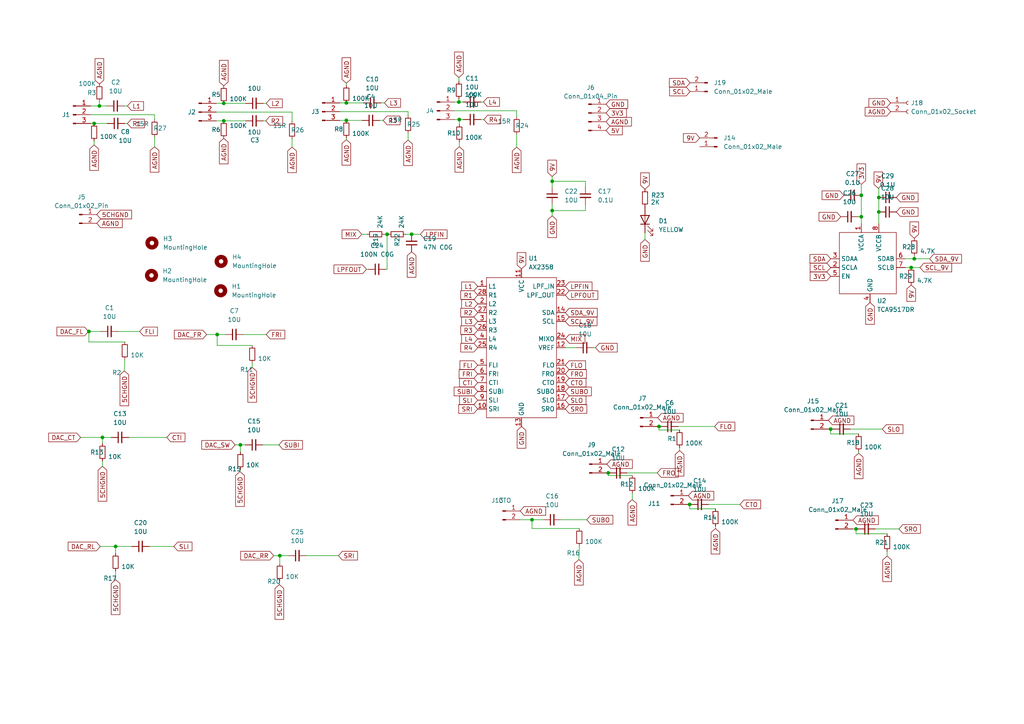
<source format=kicad_sch>
(kicad_sch (version 20230121) (generator eeschema)
  (paper "A4")
  (lib_symbols
    (symbol "Audio:AX2358"
      (property "Reference" "U" (at 0 0 0))
      (property "Value" "AX2358" (at 0 0 0))
      (symbol "AX2358_1_1"
        (pin input line (at -12.7 50.8 0) (length 2.54) (name "L1") (number "1"))
        (pin input line (at -12.7 15.24 0) (length 2.54) (name "SRI") (number "10"))
        (pin input line (at 0 55.88 270) (length 2.54) (name "VCC") (number "11"))
        (pin output line (at 12.7 33.02 180) (length 2.54) (name "VREF") (number "12"))
        (pin input line (at 0 10.16 90) (length 2.54) (name "GND") (number "13"))
        (pin bidirectional line (at 12.7 43.18 180) (length 2.54) (name "SDA") (number "14"))
        (pin bidirectional line (at 12.7 40.64 180) (length 2.54) (name "SCL") (number "15"))
        (pin output line (at 12.7 15.24 180) (length 2.54) (name "SRO") (number "16"))
        (pin output line (at 12.7 17.78 180) (length 2.54) (name "SLO") (number "17"))
        (pin output line (at 12.7 20.32 180) (length 2.54) (name "SUBO") (number "18"))
        (pin output line (at 12.7 22.86 180) (length 2.54) (name "CTO") (number "19"))
        (pin input line (at -12.7 45.72 0) (length 2.54) (name "L2") (number "2"))
        (pin output line (at 12.7 25.4 180) (length 2.54) (name "FRO") (number "20"))
        (pin output line (at 12.7 27.94 180) (length 2.54) (name "FLO") (number "21"))
        (pin output line (at 12.7 48.26 180) (length 2.54) (name "LPF_OUT") (number "22"))
        (pin input line (at 12.7 50.8 180) (length 2.54) (name "LPF_IN") (number "23"))
        (pin output line (at 12.7 35.56 180) (length 2.54) (name "MIXO") (number "24"))
        (pin input line (at -12.7 33.02 0) (length 2.54) (name "R4") (number "25"))
        (pin input line (at -12.7 38.1 0) (length 2.54) (name "R3") (number "26"))
        (pin input line (at -12.7 43.18 0) (length 2.54) (name "R2") (number "27"))
        (pin input line (at -12.7 48.26 0) (length 2.54) (name "R1") (number "28"))
        (pin input line (at -12.7 40.64 0) (length 2.54) (name "L3") (number "3"))
        (pin input line (at -12.7 35.56 0) (length 2.54) (name "L4") (number "4"))
        (pin input line (at -12.7 27.94 0) (length 2.54) (name "FLI") (number "5"))
        (pin input line (at -12.7 25.4 0) (length 2.54) (name "FRI") (number "6"))
        (pin input line (at -12.7 22.86 0) (length 2.54) (name "CTI") (number "7"))
        (pin input line (at -12.7 20.32 0) (length 2.54) (name "SUBI") (number "8"))
        (pin input line (at -12.7 17.78 0) (length 2.54) (name "SLI") (number "9"))
      )
    )
    (symbol "Connector:Conn_01x02_Male" (pin_names (offset 1.016) hide)
      (property "Reference" "J" (at 0 2.54 0))
      (property "Value" "Conn_01x02_Male" (at 0 -5.08 0))
      (symbol "Conn_01x02_Male_1_1"
        (pin passive line (at 5.08 0 180) (length 3.81) (name "Pin_1") (number "1"))
        (pin passive line (at 5.08 -2.54 180) (length 3.81) (name "Pin_2") (number "2"))
      )
    )
    (symbol "Connector:Conn_01x02_Pin" (pin_names (offset 1.016) hide)
      (property "Reference" "J" (at 0 2.54 0))
      (property "Value" "Conn_01x02_Pin" (at 0 -5.08 0))
      (symbol "Conn_01x02_Pin_1_1"
        (pin passive line (at 5.08 0 180) (length 3.81) (name "Pin_1") (number "1"))
        (pin passive line (at 5.08 -2.54 180) (length 3.81) (name "Pin_2") (number "2"))
      )
    )
    (symbol "Connector:Conn_01x02_Socket" (pin_names (offset 1.016) hide)
      (property "Reference" "J" (at 0 2.54 0))
      (property "Value" "Conn_01x02_Socket" (at 0 -5.08 0))
      (symbol "Conn_01x02_Socket_1_1"
        (pin passive line (at -5.08 0 0) (length 3.81) (name "Pin_1") (number "1"))
        (pin passive line (at -5.08 -2.54 0) (length 3.81) (name "Pin_2") (number "2"))
      )
    )
    (symbol "Connector:Conn_01x03_Pin" (pin_names (offset 1.016) hide)
      (property "Reference" "J" (at 0 5.08 0))
      (property "Value" "Conn_01x03_Pin" (at 0 -5.08 0))
      (symbol "Conn_01x03_Pin_1_1"
        (pin passive line (at 5.08 2.54 180) (length 3.81) (name "Pin_1") (number "1"))
        (pin passive line (at 5.08 0 180) (length 3.81) (name "Pin_2") (number "2"))
        (pin passive line (at 5.08 -2.54 180) (length 3.81) (name "Pin_3") (number "3"))
      )
    )
    (symbol "Connector:Conn_01x04_Pin" (pin_names (offset 1.016) hide)
      (property "Reference" "J" (at 0 5.08 0))
      (property "Value" "Conn_01x04_Pin" (at 0 -7.62 0))
      (symbol "Conn_01x04_Pin_1_1"
        (pin passive line (at 5.08 2.54 180) (length 3.81) (name "Pin_1") (number "1"))
        (pin passive line (at 5.08 0 180) (length 3.81) (name "Pin_2") (number "2"))
        (pin passive line (at 5.08 -2.54 180) (length 3.81) (name "Pin_3") (number "3"))
        (pin passive line (at 5.08 -5.08 180) (length 3.81) (name "Pin_4") (number "4"))
      )
    )
    (symbol "Device:C_Small" (pin_numbers hide) (pin_names (offset 0.254) hide)
      (property "Reference" "C" (at 0.254 1.778 0))
      (property "Value" "C_Small" (at 0.254 -2.032 0))
      (symbol "C_Small_1_1"
        (pin passive line (at 0 2.54 270) (length 2.032) (name "~") (number "1"))
        (pin passive line (at 0 -2.54 90) (length 2.032) (name "~") (number "2"))
      )
    )
    (symbol "Device:LED" (pin_numbers hide) (pin_names (offset 1.016) hide)
      (property "Reference" "D" (at 0 2.54 0))
      (property "Value" "LED" (at 0 -2.54 0))
      (symbol "LED_1_1"
        (pin passive line (at -3.81 0 0) (length 2.54) (name "K") (number "1"))
        (pin passive line (at 3.81 0 180) (length 2.54) (name "A") (number "2"))
      )
    )
    (symbol "Device:R_Small" (pin_numbers hide) (pin_names (offset 0.254) hide)
      (property "Reference" "R" (at 0.762 0.508 0))
      (property "Value" "R_Small" (at 0.762 -1.016 0))
      (symbol "R_Small_1_1"
        (pin passive line (at 0 2.54 270) (length 0.762) (name "~") (number "1"))
        (pin passive line (at 0 -2.54 90) (length 0.762) (name "~") (number "2"))
      )
    )
    (symbol "Interface_LineDriver:TCA9517DR"
      (property "Reference" "U" (at 0 7.62 0))
      (property "Value" "TCA9517DR" (at 6.35 -1.27 0))
      (symbol "TCA9517DR_1_1"
        (pin input line (at -2.54 20.32 270) (length 2.54) (name "VCCA") (number "1"))
        (pin bidirectional line (at -11.43 7.62 0) (length 2.54) (name "SCLA") (number "2"))
        (pin bidirectional line (at -11.43 10.16 0) (length 2.54) (name "SDAA") (number "3"))
        (pin input line (at 0 -2.54 90) (length 2.54) (name "GND") (number "4"))
        (pin input line (at -11.43 5.08 0) (length 2.54) (name "EN") (number "5"))
        (pin bidirectional line (at 10.16 10.16 180) (length 2.54) (name "SDAB") (number "6"))
        (pin bidirectional line (at 10.16 7.62 180) (length 2.54) (name "SCLB") (number "7"))
        (pin input line (at 2.54 20.32 270) (length 2.54) (name "VCCB") (number "8"))
      )
    )
    (symbol "Mechanical:MountingHole" (pin_names (offset 1.016))
      (property "Reference" "H" (at 0 5.08 0))
      (property "Value" "MountingHole" (at 0 3.175 0))
    )
  )
  (junction (at 62.992 97.028))
  (junction (at 100.457 29.845))
  (junction (at 160.147 52.578))
  (junction (at 64.897 35.052))
  (junction (at 254.889 61.468))
  (junction (at 28.829 30.734))
  (junction (at 160.147 61.087))
  (junction (at 264.287 77.597))
  (junction (at 33.528 158.496))
  (junction (at 112.268 67.945))
  (junction (at 154.305 150.749))
  (junction (at 176.403 137.16))
  (junction (at 249.809 56.642))
  (junction (at 133.223 34.671))
  (junction (at 25.781 96.139))
  (junction (at 254.889 57.277))
  (junction (at 64.897 29.972))
  (junction (at 81.153 161.163))
  (junction (at 249.809 62.865))
  (junction (at 240.919 124.46))
  (junction (at 133.096 29.591))
  (junction (at 100.457 34.925))
  (junction (at 265.176 75.057))
  (junction (at 69.723 129.032))
  (junction (at 191.135 123.698))
  (junction (at 119.38 67.945))
  (junction (at 248.285 153.416))
  (junction (at 29.718 126.873))
  (junction (at 200.025 146.304))
  (junction (at 27.305 35.814))
  (wire (pts (xy 100.457 24.13) (xy 100.457 24.765)))
  (wire (pts (xy 29.718 126.873) (xy 29.718 128.651)))
  (wire (pts (xy 69.596 136.779) (xy 69.723 136.144)))
  (wire (pts (xy 62.738 32.512) (xy 84.709 32.512)))
  (wire (pts (xy 183.388 143.002) (xy 183.388 144.907)))
  (wire (pts (xy 248.92 62.865) (xy 249.809 62.865)))
  (wire (pts (xy 69.723 129.032) (xy 69.723 131.064)))
  (wire (pts (xy 207.518 152.654) (xy 207.518 153.289)))
  (wire (pts (xy 98.552 32.385) (xy 118.364 32.385)))
  (wire (pts (xy 112.268 67.945) (xy 111.506 67.945)))
  (wire (pts (xy 84.709 32.512) (xy 84.709 35.179)))
  (wire (pts (xy 81.153 161.163) (xy 79.375 161.163)))
  (wire (pts (xy 64.897 29.972) (xy 62.738 29.972)))
  (wire (pts (xy 197.104 129.794) (xy 197.104 130.683)))
  (wire (pts (xy 31.115 35.814) (xy 27.305 35.814)))
  (wire (pts (xy 25.781 99.187) (xy 36.195 99.187)))
  (wire (pts (xy 62.992 97.028) (xy 59.944 97.028)))
  (wire (pts (xy 119.38 67.945) (xy 117.729 67.945)))
  (wire (pts (xy 105.029 34.925) (xy 100.457 34.925)))
  (wire (pts (xy 133.223 42.545) (xy 133.223 41.148)))
  (wire (pts (xy 254.762 54.737) (xy 254.889 54.737)))
  (wire (pts (xy 257.302 159.893) (xy 257.302 161.29)))
  (wire (pts (xy 28.829 30.734) (xy 26.289 30.734)))
  (wire (pts (xy 100.457 40.513) (xy 100.457 40.005)))
  (wire (pts (xy 140.335 34.671) (xy 139.446 34.671)))
  (wire (pts (xy 62.992 100.203) (xy 73.152 100.203)))
  (wire (pts (xy 160.147 62.611) (xy 160.147 61.087)))
  (wire (pts (xy 121.92 67.945) (xy 119.38 67.945)))
  (wire (pts (xy 248.285 153.416) (xy 247.396 153.416)))
  (wire (pts (xy 249.809 53.467) (xy 249.809 56.642)))
  (wire (pts (xy 27.305 35.814) (xy 26.289 35.814)))
  (wire (pts (xy 205.486 146.304) (xy 214.63 146.304)))
  (wire (pts (xy 140.208 29.591) (xy 139.446 29.591)))
  (wire (pts (xy 176.403 137.16) (xy 176.022 137.16)))
  (wire (pts (xy 149.86 38.989) (xy 149.86 42.672)))
  (wire (pts (xy 33.528 168.148) (xy 33.528 165.608)))
  (wire (pts (xy 157.607 150.749) (xy 154.305 150.749)))
  (wire (pts (xy 33.528 158.496) (xy 33.528 160.528)))
  (wire (pts (xy 264.287 77.597) (xy 262.509 77.597)))
  (wire (pts (xy 36.068 107.569) (xy 36.195 104.267)))
  (wire (pts (xy 200.025 146.304) (xy 199.644 146.304)))
  (wire (pts (xy 36.957 35.814) (xy 36.195 35.814)))
  (wire (pts (xy 154.305 150.749) (xy 154.305 153.289)))
  (wire (pts (xy 172.72 100.838) (xy 172.212 100.838)))
  (wire (pts (xy 254.762 54.61) (xy 254.762 54.737)))
  (wire (pts (xy 81.026 169.545) (xy 81.153 168.529)))
  (wire (pts (xy 36.957 30.734) (xy 36.068 30.734)))
  (wire (pts (xy 191.135 124.714) (xy 197.104 124.714)))
  (wire (pts (xy 169.799 52.578) (xy 160.147 52.578)))
  (wire (pts (xy 76.2 129.032) (xy 80.899 129.032)))
  (wire (pts (xy 25.781 96.139) (xy 25.781 99.187)))
  (wire (pts (xy 88.773 161.163) (xy 98.171 161.163)))
  (wire (pts (xy 248.793 153.416) (xy 248.285 153.416)))
  (wire (pts (xy 134.366 34.671) (xy 133.223 34.671)))
  (wire (pts (xy 25.654 96.139) (xy 25.781 96.139)))
  (wire (pts (xy 200.025 147.574) (xy 207.518 147.574)))
  (wire (pts (xy 32.258 126.873) (xy 29.718 126.873)))
  (wire (pts (xy 265.176 75.057) (xy 262.509 75.057)))
  (wire (pts (xy 81.153 161.163) (xy 81.153 163.449)))
  (wire (pts (xy 240.919 125.857) (xy 249.047 125.857)))
  (wire (pts (xy 134.366 29.591) (xy 133.096 29.591)))
  (wire (pts (xy 160.147 52.578) (xy 160.147 54.229)))
  (wire (pts (xy 133.096 28.702) (xy 133.096 29.591)))
  (wire (pts (xy 28.829 29.464) (xy 28.829 30.734)))
  (wire (pts (xy 118.364 38.608) (xy 118.364 40.64)))
  (wire (pts (xy 167.132 100.838) (xy 163.957 100.838)))
  (wire (pts (xy 254.889 54.737) (xy 254.889 57.277)))
  (wire (pts (xy 71.247 35.052) (xy 64.897 35.052)))
  (wire (pts (xy 196.723 123.698) (xy 207.264 123.698)))
  (wire (pts (xy 254.889 57.277) (xy 254.889 61.468)))
  (wire (pts (xy 131.826 32.131) (xy 149.86 32.131)))
  (wire (pts (xy 168.021 158.369) (xy 167.894 162.306)))
  (wire (pts (xy 254.889 61.468) (xy 254.889 64.897)))
  (wire (pts (xy 73.152 106.553) (xy 73.152 105.283)))
  (wire (pts (xy 162.687 150.749) (xy 170.18 150.749)))
  (wire (pts (xy 62.992 97.028) (xy 62.992 100.203)))
  (wire (pts (xy 149.86 32.131) (xy 149.86 33.909)))
  (wire (pts (xy 249.809 56.642) (xy 249.809 62.865)))
  (wire (pts (xy 44.831 39.751) (xy 44.831 42.545)))
  (wire (pts (xy 176.784 137.16) (xy 176.403 137.16)))
  (wire (pts (xy 106.426 67.945) (xy 104.902 67.945)))
  (wire (pts (xy 83.693 161.163) (xy 81.153 161.163)))
  (wire (pts (xy 100.457 34.925) (xy 98.552 34.925)))
  (wire (pts (xy 160.147 51.181) (xy 160.147 52.578)))
  (wire (pts (xy 27.305 42.037) (xy 27.305 40.894)))
  (wire (pts (xy 133.223 34.671) (xy 131.826 34.671)))
  (wire (pts (xy 65.405 97.028) (xy 62.992 97.028)))
  (wire (pts (xy 241.554 124.46) (xy 240.919 124.46)))
  (wire (pts (xy 160.147 61.087) (xy 169.799 61.087)))
  (wire (pts (xy 112.268 78.105) (xy 111.887 78.105)))
  (wire (pts (xy 265.176 74.168) (xy 265.176 75.057)))
  (wire (pts (xy 133.096 29.591) (xy 131.826 29.591)))
  (wire (pts (xy 111.125 34.925) (xy 110.109 34.925)))
  (wire (pts (xy 43.307 158.496) (xy 50.419 158.496)))
  (wire (pts (xy 71.12 129.032) (xy 69.723 129.032)))
  (wire (pts (xy 33.528 158.496) (xy 29.083 158.496)))
  (wire (pts (xy 133.096 22.479) (xy 133.096 23.622)))
  (wire (pts (xy 71.247 29.972) (xy 64.897 29.972)))
  (wire (pts (xy 191.135 123.698) (xy 191.135 124.714)))
  (wire (pts (xy 191.135 123.698) (xy 190.754 123.698)))
  (wire (pts (xy 118.364 32.385) (xy 118.364 33.528)))
  (wire (pts (xy 77.089 35.052) (xy 76.327 35.052)))
  (wire (pts (xy 112.268 67.945) (xy 112.268 78.105)))
  (wire (pts (xy 70.485 97.028) (xy 77.216 97.028)))
  (wire (pts (xy 249.809 62.865) (xy 249.809 64.897)))
  (wire (pts (xy 169.799 61.087) (xy 169.799 59.309)))
  (wire (pts (xy 266.827 77.597) (xy 264.287 77.597)))
  (wire (pts (xy 111.506 29.845) (xy 110.49 29.845)))
  (wire (pts (xy 160.147 61.087) (xy 160.147 59.309)))
  (wire (pts (xy 176.403 137.16) (xy 176.403 137.922)))
  (wire (pts (xy 29.718 135.255) (xy 29.718 133.731)))
  (wire (pts (xy 106.299 78.105) (xy 106.807 78.105)))
  (wire (pts (xy 269.621 75.057) (xy 265.176 75.057)))
  (wire (pts (xy 248.285 154.813) (xy 257.302 154.813)))
  (wire (pts (xy 187.071 69.469) (xy 187.071 67.564)))
  (wire (pts (xy 100.457 29.845) (xy 98.552 29.845)))
  (wire (pts (xy 84.709 40.259) (xy 84.709 42.672)))
  (wire (pts (xy 176.403 137.922) (xy 183.388 137.922)))
  (wire (pts (xy 112.649 67.945) (xy 112.268 67.945)))
  (wire (pts (xy 64.897 35.052) (xy 62.738 35.052)))
  (wire (pts (xy 37.338 126.873) (xy 48.387 126.873)))
  (wire (pts (xy 69.723 129.032) (xy 68.199 129.032)))
  (wire (pts (xy 38.227 158.496) (xy 33.528 158.496)))
  (wire (pts (xy 191.643 123.698) (xy 191.135 123.698)))
  (wire (pts (xy 34.29 96.139) (xy 40.513 96.139)))
  (wire (pts (xy 29.718 126.873) (xy 23.368 126.873)))
  (wire (pts (xy 200.406 146.304) (xy 200.025 146.304)))
  (wire (pts (xy 248.285 153.416) (xy 248.285 154.813)))
  (wire (pts (xy 26.289 33.274) (xy 44.831 33.274)))
  (wire (pts (xy 30.988 30.734) (xy 28.829 30.734)))
  (wire (pts (xy 200.025 146.304) (xy 200.025 147.574)))
  (wire (pts (xy 240.919 124.46) (xy 240.919 125.857)))
  (wire (pts (xy 133.223 36.068) (xy 133.223 34.671)))
  (wire (pts (xy 246.634 124.46) (xy 255.905 124.46)))
  (wire (pts (xy 154.305 153.289) (xy 168.021 153.289)))
  (wire (pts (xy 105.41 29.845) (xy 100.457 29.845)))
  (wire (pts (xy 253.873 153.416) (xy 260.731 153.416)))
  (wire (pts (xy 249.047 130.937) (xy 249.047 131.445)))
  (wire (pts (xy 44.831 33.274) (xy 44.831 34.671)))
  (wire (pts (xy 169.799 54.229) (xy 169.799 52.578)))
  (wire (pts (xy 25.781 96.139) (xy 29.21 96.139)))
  (wire (pts (xy 77.216 29.972) (xy 76.327 29.972)))
  (wire (pts (xy 240.919 124.46) (xy 240.284 124.46)))
  (wire (pts (xy 181.864 137.16) (xy 190.627 137.16)))
  (wire (pts (xy 154.305 150.749) (xy 150.876 150.749)))
  (global_label "SCL" (shape input) (at 240.919 77.597 180) (property "Intersheetrefs" "${INTERSHEET_REFS}" (effects hide)))
  (global_label "R2" (shape input) (at 138.557 90.678 180) (property "Intersheetrefs" "${INTERSHEET_REFS}" (effects hide)))
  (global_label "AGND" (shape input) (at 150.876 148.209 0) (property "Intersheetrefs" "${INTERSHEET_REFS}" (effects hide)))
  (global_label "LPFIN" (shape input) (at 121.92 67.945 0) (property "Intersheetrefs" "${INTERSHEET_REFS}" (effects hide)))
  (global_label "AGND" (shape input) (at 207.518 153.289 270) (property "Intersheetrefs" "${INTERSHEET_REFS}" (effects hide)))
  (global_label "AGND" (shape input) (at 199.644 143.764 0) (property "Intersheetrefs" "${INTERSHEET_REFS}" (effects hide)))
  (global_label "R1" (shape input) (at 138.557 85.598 180) (property "Intersheetrefs" "${INTERSHEET_REFS}" (effects hide)))
  (global_label "GND" (shape input) (at 187.071 69.469 270) (property "Intersheetrefs" "${INTERSHEET_REFS}" (effects hide)))
  (global_label "AGND" (shape input) (at 44.831 42.545 270) (property "Intersheetrefs" "${INTERSHEET_REFS}" (effects hide)))
  (global_label "FRI" (shape input) (at 138.557 108.458 180) (property "Intersheetrefs" "${INTERSHEET_REFS}" (effects hide)))
  (global_label "L4" (shape input) (at 140.208 29.591 0) (property "Intersheetrefs" "${INTERSHEET_REFS}" (effects hide)))
  (global_label "GND" (shape input) (at 175.768 30.226 0) (property "Intersheetrefs" "${INTERSHEET_REFS}" (effects hide)))
  (global_label "9V" (shape input) (at 187.071 54.864 90) (property "Intersheetrefs" "${INTERSHEET_REFS}" (effects hide)))
  (global_label "SLI" (shape input) (at 138.557 116.078 180) (property "Intersheetrefs" "${INTERSHEET_REFS}" (effects hide)))
  (global_label "AGND" (shape input) (at 100.457 24.13 90) (property "Intersheetrefs" "${INTERSHEET_REFS}" (effects hide)))
  (global_label "DAC_RR" (shape input) (at -11.684 156.845 0) (property "Intersheetrefs" "${INTERSHEET_REFS}" (effects hide)))
  (global_label "FLI" (shape input) (at 40.513 96.139 0) (property "Intersheetrefs" "${INTERSHEET_REFS}" (effects hide)))
  (global_label "DAC_CT" (shape input) (at -11.811 129.032 0) (property "Intersheetrefs" "${INTERSHEET_REFS}" (effects hide)))
  (global_label "AGND" (shape input) (at 133.223 42.545 270) (property "Intersheetrefs" "${INTERSHEET_REFS}" (effects hide)))
  (global_label "AGND" (shape input) (at 118.364 40.64 270) (property "Intersheetrefs" "${INTERSHEET_REFS}" (effects hide)))
  (global_label "DAC_FL" (shape input) (at -12.573 110.363 0) (property "Intersheetrefs" "${INTERSHEET_REFS}" (effects hide)))
  (global_label "DAC_RL" (shape input) (at -11.684 151.765 0) (property "Intersheetrefs" "${INTERSHEET_REFS}" (effects hide)))
  (global_label "SCL_9V" (shape input) (at 163.957 93.218 0) (property "Intersheetrefs" "${INTERSHEET_REFS}" (effects hide)))
  (global_label "L4" (shape input) (at 138.557 98.298 180) (property "Intersheetrefs" "${INTERSHEET_REFS}" (effects hide)))
  (global_label "AGND" (shape input) (at 257.302 161.29 270) (property "Intersheetrefs" "${INTERSHEET_REFS}" (effects hide)))
  (global_label "9V" (shape input) (at 151.257 77.978 90) (property "Intersheetrefs" "${INTERSHEET_REFS}" (effects hide)))
  (global_label "AGND" (shape input) (at 84.709 42.672 270) (property "Intersheetrefs" "${INTERSHEET_REFS}" (effects hide)))
  (global_label "AGND" (shape input) (at 183.388 144.907 270) (property "Intersheetrefs" "${INTERSHEET_REFS}" (effects hide)))
  (global_label "SLO" (shape input) (at 255.905 124.46 0) (property "Intersheetrefs" "${INTERSHEET_REFS}" (effects hide)))
  (global_label "AGND" (shape input) (at 133.096 22.479 90) (property "Intersheetrefs" "${INTERSHEET_REFS}" (effects hide)))
  (global_label "LPFOUT" (shape input) (at 163.957 85.598 0) (property "Intersheetrefs" "${INTERSHEET_REFS}" (effects hide)))
  (global_label "DAC_FR" (shape input) (at 59.944 97.028 180) (property "Intersheetrefs" "${INTERSHEET_REFS}" (effects hide)))
  (global_label "GND" (shape input) (at 252.349 87.757 270) (property "Intersheetrefs" "${INTERSHEET_REFS}" (effects hide)))
  (global_label "SDA" (shape input) (at 240.919 75.057 180) (property "Intersheetrefs" "${INTERSHEET_REFS}" (effects hide)))
  (global_label "LPFIN" (shape input) (at 163.957 83.058 0) (property "Intersheetrefs" "${INTERSHEET_REFS}" (effects hide)))
  (global_label "9V" (shape input) (at 160.147 51.181 90) (property "Intersheetrefs" "${INTERSHEET_REFS}" (effects hide)))
  (global_label "5CHGND" (shape input) (at -11.811 126.492 0) (property "Intersheetrefs" "${INTERSHEET_REFS}" (effects hide)))
  (global_label "AGND" (shape input) (at 176.022 134.62 0) (property "Intersheetrefs" "${INTERSHEET_REFS}" (effects hide)))
  (global_label "5CHGND" (shape input) (at -12.573 112.903 0) (property "Intersheetrefs" "${INTERSHEET_REFS}" (effects hide)))
  (global_label "DAC_RL" (shape input) (at 29.083 158.496 180) (property "Intersheetrefs" "${INTERSHEET_REFS}" (effects hide)))
  (global_label "R4" (shape input) (at 140.335 34.671 0) (property "Intersheetrefs" "${INTERSHEET_REFS}" (effects hide)))
  (global_label "AGND" (shape input) (at 247.396 150.876 0) (property "Intersheetrefs" "${INTERSHEET_REFS}" (effects hide)))
  (global_label "DAC_FL" (shape input) (at 25.654 96.139 180) (property "Intersheetrefs" "${INTERSHEET_REFS}" (effects hide)))
  (global_label "GND" (shape input) (at 243.84 62.865 180) (property "Intersheetrefs" "${INTERSHEET_REFS}" (effects hide)))
  (global_label "R3" (shape input) (at 111.125 34.925 0) (property "Intersheetrefs" "${INTERSHEET_REFS}" (effects hide)))
  (global_label "DAC_FR" (shape input) (at -12.573 115.443 0) (property "Intersheetrefs" "${INTERSHEET_REFS}" (effects hide)))
  (global_label "MIX" (shape input) (at 163.957 98.298 0) (property "Intersheetrefs" "${INTERSHEET_REFS}" (effects hide)))
  (global_label "AGND" (shape input) (at 27.305 42.037 270) (property "Intersheetrefs" "${INTERSHEET_REFS}" (effects hide)))
  (global_label "GND" (shape input) (at 258.318 29.845 180) (property "Intersheetrefs" "${INTERSHEET_REFS}" (effects hide)))
  (global_label "3V3" (shape input) (at 175.768 32.766 0) (property "Intersheetrefs" "${INTERSHEET_REFS}" (effects hide)))
  (global_label "AGND" (shape input) (at 64.897 24.892 90) (property "Intersheetrefs" "${INTERSHEET_REFS}" (effects hide)))
  (global_label "SDA_9V" (shape input) (at 269.621 75.057 0) (property "Intersheetrefs" "${INTERSHEET_REFS}" (effects hide)))
  (global_label "L1" (shape input) (at 36.957 30.734 0) (property "Intersheetrefs" "${INTERSHEET_REFS}" (effects hide)))
  (global_label "SLI" (shape input) (at 50.419 158.496 0) (property "Intersheetrefs" "${INTERSHEET_REFS}" (effects hide)))
  (global_label "FRI" (shape input) (at 77.216 97.028 0) (property "Intersheetrefs" "${INTERSHEET_REFS}" (effects hide)))
  (global_label "GND" (shape input) (at 259.969 57.277 0) (property "Intersheetrefs" "${INTERSHEET_REFS}" (effects hide)))
  (global_label "GND" (shape input) (at 259.969 61.468 0) (property "Intersheetrefs" "${INTERSHEET_REFS}" (effects hide)))
  (global_label "AGND" (shape input) (at 28.067 64.77 0) (property "Intersheetrefs" "${INTERSHEET_REFS}" (effects hide)))
  (global_label "AGND" (shape input) (at 175.768 35.306 0) (property "Intersheetrefs" "${INTERSHEET_REFS}" (effects hide)))
  (global_label "SUBO" (shape input) (at 163.957 113.538 0) (property "Intersheetrefs" "${INTERSHEET_REFS}" (effects hide)))
  (global_label "3V3" (shape input) (at 240.919 80.137 180) (property "Intersheetrefs" "${INTERSHEET_REFS}" (effects hide)))
  (global_label "9V" (shape input) (at 265.176 69.088 90) (property "Intersheetrefs" "${INTERSHEET_REFS}" (effects hide)))
  (global_label "AGND" (shape input) (at 240.284 121.92 0) (property "Intersheetrefs" "${INTERSHEET_REFS}" (effects hide)))
  (global_label "R2" (shape input) (at 77.089 35.052 0) (property "Intersheetrefs" "${INTERSHEET_REFS}" (effects hide)))
  (global_label "GND" (shape input) (at 160.147 62.611 270) (property "Intersheetrefs" "${INTERSHEET_REFS}" (effects hide)))
  (global_label "SDA" (shape input) (at 200.152 24.003 180) (property "Intersheetrefs" "${INTERSHEET_REFS}" (effects hide)))
  (global_label "GND" (shape input) (at 151.257 123.698 270) (property "Intersheetrefs" "${INTERSHEET_REFS}" (effects hide)))
  (global_label "5CHGND" (shape input) (at 33.528 168.148 270) (property "Intersheetrefs" "${INTERSHEET_REFS}" (effects hide)))
  (global_label "GND" (shape input) (at 244.729 56.642 180) (property "Intersheetrefs" "${INTERSHEET_REFS}" (effects hide)))
  (global_label "5CHGND" (shape input) (at 81.026 169.545 270) (property "Intersheetrefs" "${INTERSHEET_REFS}" (effects hide)))
  (global_label "L2" (shape input) (at 138.557 88.138 180) (property "Intersheetrefs" "${INTERSHEET_REFS}" (effects hide)))
  (global_label "FRO" (shape input) (at 190.627 137.16 0) (property "Intersheetrefs" "${INTERSHEET_REFS}" (effects hide)))
  (global_label "AGND" (shape input) (at 100.457 40.513 270) (property "Intersheetrefs" "${INTERSHEET_REFS}" (effects hide)))
  (global_label "5CHGND" (shape input) (at 69.596 136.779 270) (property "Intersheetrefs" "${INTERSHEET_REFS}" (effects hide)))
  (global_label "5CHGND" (shape input) (at -11.684 149.225 0) (property "Intersheetrefs" "${INTERSHEET_REFS}" (effects hide)))
  (global_label "SDA_9V" (shape input) (at 163.957 90.678 0) (property "Intersheetrefs" "${INTERSHEET_REFS}" (effects hide)))
  (global_label "AGND" (shape input) (at 197.104 130.683 270) (property "Intersheetrefs" "${INTERSHEET_REFS}" (effects hide)))
  (global_label "5CHGND" (shape input) (at 36.068 107.569 270) (property "Intersheetrefs" "${INTERSHEET_REFS}" (effects hide)))
  (global_label "L3" (shape input) (at 111.506 29.845 0) (property "Intersheetrefs" "${INTERSHEET_REFS}" (effects hide)))
  (global_label "5CHGND" (shape input) (at 73.152 106.553 270) (property "Intersheetrefs" "${INTERSHEET_REFS}" (effects hide)))
  (global_label "SRO" (shape input) (at 163.957 118.618 0) (property "Intersheetrefs" "${INTERSHEET_REFS}" (effects hide)))
  (global_label "L1" (shape input) (at 138.557 83.058 180) (property "Intersheetrefs" "${INTERSHEET_REFS}" (effects hide)))
  (global_label "5CHGND" (shape input) (at 29.718 135.255 270) (property "Intersheetrefs" "${INTERSHEET_REFS}" (effects hide)))
  (global_label "DAC_SW" (shape input) (at -11.811 134.112 0) (property "Intersheetrefs" "${INTERSHEET_REFS}" (effects hide)))
  (global_label "AGND" (shape input) (at 64.897 40.132 270) (property "Intersheetrefs" "${INTERSHEET_REFS}" (effects hide)))
  (global_label "5CHGND" (shape input) (at -11.811 131.572 0) (property "Intersheetrefs" "${INTERSHEET_REFS}" (effects hide)))
  (global_label "SCL" (shape input) (at 200.152 26.543 180) (property "Intersheetrefs" "${INTERSHEET_REFS}" (effects hide)))
  (global_label "9V" (shape input) (at 202.946 40.005 180) (property "Intersheetrefs" "${INTERSHEET_REFS}" (effects hide)))
  (global_label "SLO" (shape input) (at 163.957 116.078 0) (property "Intersheetrefs" "${INTERSHEET_REFS}" (effects hide)))
  (global_label "L2" (shape input) (at 77.216 29.972 0) (property "Intersheetrefs" "${INTERSHEET_REFS}" (effects hide)))
  (global_label "R4" (shape input) (at 138.557 100.838 180) (property "Intersheetrefs" "${INTERSHEET_REFS}" (effects hide)))
  (global_label "SCL_9V" (shape input) (at 266.827 77.597 0) (property "Intersheetrefs" "${INTERSHEET_REFS}" (effects hide)))
  (global_label "FRO" (shape input) (at 163.957 108.458 0) (property "Intersheetrefs" "${INTERSHEET_REFS}" (effects hide)))
  (global_label "5CHGND" (shape input) (at -11.684 154.305 0) (property "Intersheetrefs" "${INTERSHEET_REFS}" (effects hide)))
  (global_label "L3" (shape input) (at 138.557 93.218 180) (property "Intersheetrefs" "${INTERSHEET_REFS}" (effects hide)))
  (global_label "5CHGND" (shape input) (at -12.573 107.823 0) (property "Intersheetrefs" "${INTERSHEET_REFS}" (effects hide)))
  (global_label "DAC_RR" (shape input) (at 79.375 161.163 180) (property "Intersheetrefs" "${INTERSHEET_REFS}" (effects hide)))
  (global_label "SRI" (shape input) (at 138.557 118.618 180) (property "Intersheetrefs" "${INTERSHEET_REFS}" (effects hide)))
  (global_label "DAC_SW" (shape input) (at 68.199 129.032 180) (property "Intersheetrefs" "${INTERSHEET_REFS}" (effects hide)))
  (global_label "AGND" (shape input) (at 28.829 24.384 90) (property "Intersheetrefs" "${INTERSHEET_REFS}" (effects hide)))
  (global_label "5V" (shape input) (at 175.768 37.846 0) (property "Intersheetrefs" "${INTERSHEET_REFS}" (effects hide)))
  (global_label "SRI" (shape input) (at 98.171 161.163 0) (property "Intersheetrefs" "${INTERSHEET_REFS}" (effects hide)))
  (global_label "FLO" (shape input) (at 163.957 105.918 0) (property "Intersheetrefs" "${INTERSHEET_REFS}" (effects hide)))
  (global_label "SUBI" (shape input) (at 80.899 129.032 0) (property "Intersheetrefs" "${INTERSHEET_REFS}" (effects hide)))
  (global_label "CTI" (shape input) (at 138.557 110.998 180) (property "Intersheetrefs" "${INTERSHEET_REFS}" (effects hide)))
  (global_label "AGND" (shape input) (at 149.86 42.672 270) (property "Intersheetrefs" "${INTERSHEET_REFS}" (effects hide)))
  (global_label "GND" (shape input) (at 172.72 100.838 0) (property "Intersheetrefs" "${INTERSHEET_REFS}" (effects hide)))
  (global_label "SUBO" (shape input) (at 170.18 150.749 0) (property "Intersheetrefs" "${INTERSHEET_REFS}" (effects hide)))
  (global_label "9V" (shape input) (at 264.287 82.677 270) (property "Intersheetrefs" "${INTERSHEET_REFS}" (effects hide)))
  (global_label "LPFOUT" (shape input) (at 106.299 78.105 180) (property "Intersheetrefs" "${INTERSHEET_REFS}" (effects hide)))
  (global_label "5CHGND" (shape input) (at 28.067 62.23 0) (property "Intersheetrefs" "${INTERSHEET_REFS}" (effects hide)))
  (global_label "FLO" (shape input) (at 207.264 123.698 0) (property "Intersheetrefs" "${INTERSHEET_REFS}" (effects hide)))
  (global_label "MIX" (shape input) (at 104.902 67.945 180) (property "Intersheetrefs" "${INTERSHEET_REFS}" (effects hide)))
  (global_label "AGND" (shape input) (at 167.894 162.306 270) (property "Intersheetrefs" "${INTERSHEET_REFS}" (effects hide)))
  (global_label "CTO" (shape input) (at 163.957 110.998 0) (property "Intersheetrefs" "${INTERSHEET_REFS}" (effects hide)))
  (global_label "DAC_CT" (shape input) (at 23.368 126.873 180) (property "Intersheetrefs" "${INTERSHEET_REFS}" (effects hide)))
  (global_label "AGND" (shape input) (at 190.754 121.158 0) (property "Intersheetrefs" "${INTERSHEET_REFS}" (effects hide)))
  (global_label "FLI" (shape input) (at 138.557 105.918 180) (property "Intersheetrefs" "${INTERSHEET_REFS}" (effects hide)))
  (global_label "AGND" (shape input) (at 258.318 32.385 180) (property "Intersheetrefs" "${INTERSHEET_REFS}" (effects hide)))
  (global_label "9V" (shape input) (at 254.762 54.61 90) (property "Intersheetrefs" "${INTERSHEET_REFS}" (effects hide)))
  (global_label "CTO" (shape input) (at 214.63 146.304 0) (property "Intersheetrefs" "${INTERSHEET_REFS}" (effects hide)))
  (global_label "R3" (shape input) (at 138.557 95.758 180) (property "Intersheetrefs" "${INTERSHEET_REFS}" (effects hide)))
  (global_label "AGND" (shape input) (at 249.047 131.445 270) (property "Intersheetrefs" "${INTERSHEET_REFS}" (effects hide)))
  (global_label "R1" (shape input) (at 36.957 35.814 0) (property "Intersheetrefs" "${INTERSHEET_REFS}" (effects hide)))
  (global_label "SUBI" (shape input) (at 138.557 113.538 180) (property "Intersheetrefs" "${INTERSHEET_REFS}" (effects hide)))
  (global_label "AGND" (shape input) (at 119.38 73.025 270) (property "Intersheetrefs" "${INTERSHEET_REFS}" (effects hide)))
  (global_label "3V3" (shape input) (at 249.809 53.467 90) (property "Intersheetrefs" "${INTERSHEET_REFS}" (effects hide)))
  (global_label "SRO" (shape input) (at 260.731 153.416 0) (property "Intersheetrefs" "${INTERSHEET_REFS}" (effects hide)))
  (global_label "CTI" (shape input) (at 48.387 126.873 0) (property "Intersheetrefs" "${INTERSHEET_REFS}" (effects hide)))
  (symbol (lib_id "Device:C_Small") (at 34.798 126.873 90) (unit 1)
    (property "Reference" "C13" (at 34.8043 120.015 90))
    (property "Value" "10U" (at 34.8043 122.555 90))
    (property "Footprint" "Capacitor_THT:CP_Radial_D5.0mm_P2.50mm" (effects hide))
  )
  (symbol (lib_id "Device:R_Small") (at 108.966 67.945 90) (unit 1)
    (property "Reference" "R19" (at 108.966 71.501 0) (effects (justify left)))
    (property "Value" "24K" (at 110.2359 66.294 0) (effects (justify left)))
    (property "Footprint" "Resistor_SMD:R_0805_2012Metric_Pad1.20x1.40mm_HandSolder" (effects hide))
  )
  (symbol (lib_id "Device:R_Small") (at 133.223 38.608 0) (unit 1)
    (property "Reference" "R10" (at 129.667 38.608 0) (effects (justify left)))
    (property "Value" "100K" (at 134.874 39.8779 0) (effects (justify left)))
    (property "Footprint" "Resistor_SMD:R_0805_2012Metric_Pad1.20x1.40mm_HandSolder" (effects hide))
  )
  (symbol (lib_id "Connector:Conn_01x02_Male") (at 208.026 42.545 180) (unit 1)
    (property "Reference" "J14" (at 209.804 40.0049 0) (effects (justify right)))
    (property "Value" "Conn_01x02_Male" (at 209.804 42.5449 0) (effects (justify right)))
    (property "Footprint" "Connector_JST:JST_PH_B2B-PH-K_1x02_P2.00mm_Vertical" (effects hide))
  )
  (symbol (lib_id "Device:R_Small") (at 28.829 26.924 0) (unit 1)
    (property "Reference" "R3" (at 25.273 26.924 0) (effects (justify left)))
    (property "Value" "100K" (at 22.733 24.257 0) (effects (justify left)))
    (property "Footprint" "Resistor_SMD:R_0805_2012Metric_Pad1.20x1.40mm_HandSolder" (effects hide))
  )
  (symbol (lib_id "Device:R_Small") (at 168.021 155.829 0) (unit 1)
    (property "Reference" "R16" (at 164.338 160.401 0) (effects (justify left)))
    (property "Value" "100K" (at 169.672 157.0989 0) (effects (justify left)))
    (property "Footprint" "Resistor_SMD:R_0805_2012Metric_Pad1.20x1.40mm_HandSolder" (effects hide))
  )
  (symbol (lib_id "Device:C_Small") (at 136.906 29.591 90) (unit 1)
    (property "Reference" "C11" (at 136.9123 22.733 90))
    (property "Value" "10U" (at 136.9123 25.273 90))
    (property "Footprint" "Capacitor_THT:CP_Radial_D5.0mm_P2.50mm" (effects hide))
  )
  (symbol (lib_id "Device:R_Small") (at 84.709 37.719 180) (unit 1)
    (property "Reference" "R26" (at 88.265 37.719 0) (effects (justify left)))
    (property "Value" "15R" (at 83.058 36.4491 0) (effects (justify left)))
    (property "Footprint" "Resistor_SMD:R_0603_1608Metric_Pad0.98x0.95mm_HandSolder" (effects hide))
  )
  (symbol (lib_id "Connector:Conn_01x02_Male") (at 235.204 121.92 0) (unit 1)
    (property "Reference" "J15" (at 235.839 116.332 0))
    (property "Value" "Conn_01x02_Male" (at 235.839 118.872 0))
    (property "Footprint" "Connector_JST:JST_PH_B2B-PH-K_1x02_P2.00mm_Vertical" (effects hide))
  )
  (symbol (lib_id "Device:C_Small") (at 73.787 35.052 90) (unit 1)
    (property "Reference" "C3" (at 73.914 40.64 90))
    (property "Value" "10U" (at 73.787 38.354 90))
    (property "Footprint" "Capacitor_THT:CP_Radial_D5.0mm_P2.50mm" (effects hide))
  )
  (symbol (lib_id "Connector:Conn_01x02_Pin") (at 22.987 62.23 0) (unit 1)
    (property "Reference" "J5" (at 23.622 57.15 0))
    (property "Value" "Conn_01x02_Pin" (at 23.622 59.69 0))
    (property "Footprint" "Connector_PinHeader_2.54mm:PinHeader_1x02_P2.54mm_Vertical" (effects hide))
  )
  (symbol (lib_id "Device:C_Small") (at 31.75 96.139 90) (unit 1)
    (property "Reference" "C1" (at 31.7563 89.281 90))
    (property "Value" "10U" (at 31.7563 91.821 90))
    (property "Footprint" "Capacitor_THT:CP_Radial_D5.0mm_P2.50mm" (effects hide))
  )
  (symbol (lib_id "Connector:Conn_01x03_Pin") (at 21.209 33.274 0) (unit 1)
    (property "Reference" "J1" (at 19.177 33.274 0))
    (property "Value" "Conn_01x03_Pin" (effects hide))
    (property "Footprint" "Connector_JST:JST_PH_B3B-PH-K_1x03_P2.00mm_Vertical" (effects hide))
  )
  (symbol (lib_id "Connector:Conn_01x02_Male") (at 170.942 134.62 0) (unit 1)
    (property "Reference" "J9" (at 171.577 129.032 0))
    (property "Value" "Conn_01x02_Male" (at 171.577 131.572 0))
    (property "Footprint" "Connector_JST:JST_PH_B2B-PH-K_1x02_P2.00mm_Vertical" (effects hide))
  )
  (symbol (lib_id "Connector:Conn_01x02_Socket") (at 263.398 29.845 0) (unit 1)
    (property "Reference" "J18" (at 264.16 29.845 0) (effects (justify left)))
    (property "Value" "Conn_01x02_Socket" (at 264.16 32.385 0) (effects (justify left)))
    (property "Footprint" "Connector_PinHeader_2.54mm:PinHeader_1x02_P2.54mm_Vertical" (effects hide))
  )
  (symbol (lib_id "Device:C_Small") (at 33.655 35.814 90) (unit 1)
    (property "Reference" "C8" (at 36.322 38.227 90))
    (property "Value" "10U" (at 36.322 40.767 90))
    (property "Footprint" "Capacitor_THT:CP_Radial_D5.0mm_P2.50mm" (effects hide))
  )
  (symbol (lib_id "Device:C_Small") (at 107.95 29.845 90) (unit 1)
    (property "Reference" "C10" (at 107.9563 22.987 90))
    (property "Value" "10U" (at 107.9563 25.527 90))
    (property "Footprint" "Capacitor_THT:CP_Radial_D5.0mm_P2.50mm" (effects hide))
  )
  (symbol (lib_id "Device:R_Small") (at 73.152 102.743 0) (unit 1)
    (property "Reference" "R11" (at 69.596 107.188 0) (effects (justify left)))
    (property "Value" "10K" (at 74.803 104.0129 0) (effects (justify left)))
    (property "Footprint" "Resistor_SMD:R_0805_2012Metric_Pad1.20x1.40mm_HandSolder" (effects hide))
  )
  (symbol (lib_id "Device:C_Small") (at 246.38 62.865 90) (unit 1)
    (property "Reference" "C26" (at 246.3863 56.007 90))
    (property "Value" "10U" (at 246.3863 58.547 90))
    (property "Footprint" "Capacitor_SMD:C_1206_3216Metric_Pad1.33x1.80mm_HandSolder" (effects hide))
  )
  (symbol (lib_id "Connector:Conn_01x03_Pin") (at 57.658 32.512 0) (unit 1)
    (property "Reference" "J2" (at 55.626 32.512 0))
    (property "Value" "Conn_01x03_Pin" (effects hide))
    (property "Footprint" "Connector_JST:JST_PH_B3B-PH-K_1x03_P2.00mm_Vertical" (effects hide))
  )
  (symbol (lib_id "Device:R_Small") (at 115.189 67.945 90) (unit 1)
    (property "Reference" "R22" (at 115.189 71.501 0) (effects (justify left)))
    (property "Value" "24K" (at 116.4589 66.294 0) (effects (justify left)))
    (property "Footprint" "Resistor_SMD:R_0805_2012Metric_Pad1.20x1.40mm_HandSolder" (effects hide))
  )
  (symbol (lib_id "Mechanical:MountingHole") (at 64.135 75.819 0) (unit 1)
    (property "Reference" "H4" (at 67.31 74.5489 0) (effects (justify left)))
    (property "Value" "MountingHole" (at 67.31 77.0889 0) (effects (justify left)))
    (property "Footprint" "MountingHole:MountingHole_3.2mm_M3" (effects hide))
  )
  (symbol (lib_id "Connector:Conn_01x02_Male") (at 145.796 148.209 0) (unit 1)
    (property "Reference" "J13" (at 144.272 145.161 0))
    (property "Value" "CTO" (at 146.431 145.161 0))
    (property "Footprint" "Connector_JST:JST_PH_B2B-PH-K_1x02_P2.00mm_Vertical" (effects hide))
  )
  (symbol (lib_id "Connector:Conn_01x02_Male") (at 242.316 150.876 0) (unit 1)
    (property "Reference" "J17" (at 242.951 145.288 0))
    (property "Value" "Conn_01x02_Male" (at 242.951 147.828 0))
    (property "Footprint" "Connector_JST:JST_PH_B2B-PH-K_1x02_P2.00mm_Vertical" (effects hide))
  )
  (symbol (lib_id "Audio:AX2358") (at 151.257 133.858 0) (unit 1)
    (property "Reference" "U1" (at 153.2764 74.93 0) (effects (justify left)))
    (property "Value" "AX2358" (at 153.2764 77.47 0) (effects (justify left)))
    (property "Footprint" "Package_SO:SOIC-28W_7.5x18.7mm_P1.27mm" (effects hide))
  )
  (symbol (lib_id "Device:R_Small") (at 100.457 27.305 0) (unit 1)
    (property "Reference" "R7" (effects hide))
    (property "Value" "100K" (at 102.108 28.5749 0) (effects (justify left)))
    (property "Footprint" "Resistor_SMD:R_0805_2012Metric_Pad1.20x1.40mm_HandSolder" (effects hide))
  )
  (symbol (lib_id "Device:C_Small") (at 33.528 30.734 90) (unit 1)
    (property "Reference" "C2" (at 33.5343 23.876 90))
    (property "Value" "10U" (at 33.5343 26.416 90))
    (property "Footprint" "Capacitor_THT:CP_Radial_D5.0mm_P2.50mm" (effects hide))
  )
  (symbol (lib_id "Device:C_Small") (at 73.787 29.972 90) (unit 1)
    (property "Reference" "C9" (effects hide))
    (property "Value" "10U" (at 73.7933 25.654 90))
    (property "Footprint" "Capacitor_THT:CP_Radial_D5.0mm_P2.50mm" (effects hide))
  )
  (symbol (lib_id "Device:R_Small") (at 69.723 133.604 0) (unit 1)
    (property "Reference" "R15" (at 66.04 136.017 0) (effects (justify left)))
    (property "Value" "10K" (at 71.374 134.8739 0) (effects (justify left)))
    (property "Footprint" "Resistor_SMD:R_0805_2012Metric_Pad1.20x1.40mm_HandSolder" (effects hide))
  )
  (symbol (lib_id "Mechanical:MountingHole") (at 44.069 70.485 0) (unit 1)
    (property "Reference" "H3" (at 47.244 69.2149 0) (effects (justify left)))
    (property "Value" "MountingHole" (at 47.244 71.7549 0) (effects (justify left)))
    (property "Footprint" "MountingHole:MountingHole_3.2mm_M3" (effects hide))
  )
  (symbol (lib_id "Device:R_Small") (at 27.305 38.354 0) (unit 1)
    (property "Reference" "R4" (effects hide))
    (property "Value" "100K" (at 28.956 39.6239 0) (effects (justify left)))
    (property "Footprint" "Resistor_SMD:R_0805_2012Metric_Pad1.20x1.40mm_HandSolder" (effects hide))
  )
  (symbol (lib_id "Device:C_Small") (at 67.945 97.028 90) (unit 1)
    (property "Reference" "C7" (at 67.9513 90.17 90))
    (property "Value" "10U" (at 67.9513 92.71 90))
    (property "Footprint" "Capacitor_THT:CP_Radial_D5.0mm_P2.50mm" (effects hide))
  )
  (symbol (lib_id "Device:R_Small") (at 118.364 36.068 180) (unit 1)
    (property "Reference" "R25" (at 121.92 36.068 0) (effects (justify left)))
    (property "Value" "15R" (at 116.713 34.7981 0) (effects (justify left)))
    (property "Footprint" "Resistor_SMD:R_0603_1608Metric_Pad0.98x0.95mm_HandSolder" (effects hide))
  )
  (symbol (lib_id "Connector:Conn_01x04_Pin") (at -17.653 110.363 0) (unit 1)
    (property "Reference" "J8" (at -17.018 102.997 0))
    (property "Value" "Conn_01x04_Pin" (at -17.018 105.537 0))
    (property "Footprint" "Connector_JST:JST_PH_B4B-PH-K_1x04_P2.00mm_Vertical" (effects hide))
  )
  (symbol (lib_id "Device:C_Small") (at 40.767 158.496 90) (unit 1)
    (property "Reference" "C20" (at 40.7733 151.638 90))
    (property "Value" "10U" (at 40.7733 154.178 90))
    (property "Footprint" "Capacitor_THT:CP_Radial_D5.0mm_P2.50mm" (effects hide))
  )
  (symbol (lib_id "Device:R_Small") (at 133.096 26.162 0) (unit 1)
    (property "Reference" "R9" (at 129.54 26.162 0) (effects (justify left)))
    (property "Value" "100K" (at 134.747 27.4319 0) (effects (justify left)))
    (property "Footprint" "Resistor_SMD:R_0805_2012Metric_Pad1.20x1.40mm_HandSolder" (effects hide))
  )
  (symbol (lib_id "Device:R_Small") (at 197.104 127.254 0) (unit 1)
    (property "Reference" "R1" (at 193.548 127.254 0) (effects (justify left)))
    (property "Value" "100K" (at 198.755 128.5239 0) (effects (justify left)))
    (property "Footprint" "Resistor_SMD:R_0805_2012Metric_Pad1.20x1.40mm_HandSolder" (effects hide))
  )
  (symbol (lib_id "Device:C_Small") (at 257.429 61.468 270) (unit 1)
    (property "Reference" "C28" (at 257.4226 54.61 90))
    (property "Value" "10U" (at 257.4226 57.15 90))
    (property "Footprint" "Capacitor_SMD:C_1206_3216Metric_Pad1.33x1.80mm_HandSolder" (effects hide))
  )
  (symbol (lib_id "Device:R_Small") (at 187.071 57.404 0) (unit 1)
    (property "Reference" "R23" (at 188.849 56.642 0) (effects (justify left)))
    (property "Value" "2K" (at 188.722 58.6739 0) (effects (justify left)))
    (property "Footprint" "Resistor_SMD:R_0603_1608Metric_Pad0.98x0.95mm_HandSolder" (effects hide))
  )
  (symbol (lib_id "Device:R_Small") (at 81.153 165.989 0) (unit 1)
    (property "Reference" "R20" (at 77.47 168.656 0) (effects (justify left)))
    (property "Value" "10K" (at 82.804 167.2589 0) (effects (justify left)))
    (property "Footprint" "Resistor_SMD:R_0805_2012Metric_Pad1.20x1.40mm_HandSolder" (effects hide))
  )
  (symbol (lib_id "Device:R_Small") (at 149.86 36.449 180) (unit 1)
    (property "Reference" "R24" (at 153.416 36.449 0) (effects (justify left)))
    (property "Value" "15R" (at 148.209 35.1791 0) (effects (justify left)))
    (property "Footprint" "Resistor_SMD:R_0603_1608Metric_Pad0.98x0.95mm_HandSolder" (effects hide))
  )
  (symbol (lib_id "Device:C_Small") (at 73.66 129.032 90) (unit 1)
    (property "Reference" "C15" (at 73.6663 122.174 90))
    (property "Value" "10U" (at 73.6663 124.714 90))
    (property "Footprint" "Capacitor_THT:CP_Radial_D5.0mm_P2.50mm" (effects hide))
  )
  (symbol (lib_id "Connector:Conn_01x03_Pin") (at 93.472 32.385 0) (unit 1)
    (property "Reference" "J3" (at 91.44 32.385 0))
    (property "Value" "Conn_01x03_Pin" (effects hide))
    (property "Footprint" "Connector_JST:JST_PH_B3B-PH-K_1x03_P2.00mm_Vertical" (effects hide))
  )
  (symbol (lib_id "Device:C_Small") (at 107.569 34.925 90) (unit 1)
    (property "Reference" "C4" (at 107.5753 28.067 90))
    (property "Value" "10U" (at 107.5753 30.607 90))
    (property "Footprint" "Capacitor_THT:CP_Radial_D5.0mm_P2.50mm" (effects hide))
  )
  (symbol (lib_id "Connector:Conn_01x03_Pin") (at 126.746 32.131 0) (unit 1)
    (property "Reference" "J4" (at 124.714 32.131 0))
    (property "Value" "Conn_01x03_Pin" (effects hide))
    (property "Footprint" "Connector_JST:JST_PH_B3B-PH-K_1x03_P2.00mm_Vertical" (effects hide))
  )
  (symbol (lib_id "Device:R_Small") (at 257.302 157.353 0) (unit 1)
    (property "Reference" "R21" (at 253.746 157.353 0) (effects (justify left)))
    (property "Value" "100K" (at 258.953 158.6229 0) (effects (justify left)))
    (property "Footprint" "Resistor_SMD:R_0805_2012Metric_Pad1.20x1.40mm_HandSolder" (effects hide))
  )
  (symbol (lib_id "Device:C_Small") (at 257.429 57.277 90) (unit 1)
    (property "Reference" "C29" (at 257.4353 51.054 90))
    (property "Value" "0.1U" (at 257.4353 53.594 90))
    (property "Footprint" "Capacitor_SMD:C_0805_2012Metric_Pad1.18x1.45mm_HandSolder" (effects hide))
  )
  (symbol (lib_id "Device:R_Small") (at 100.457 37.465 0) (unit 1)
    (property "Reference" "R8" (at 96.901 37.465 0) (effects (justify left)))
    (property "Value" "100K" (at 102.108 38.7349 0) (effects (justify left)))
    (property "Footprint" "Resistor_SMD:R_0805_2012Metric_Pad1.20x1.40mm_HandSolder" (effects hide))
  )
  (symbol (lib_id "Interface_LineDriver:TCA9517DR") (at 252.349 85.217 0) (unit 1)
    (property "Reference" "U2" (at 254.3684 87.249 0) (effects (justify left)))
    (property "Value" "TCA9517DR" (at 254.3684 89.789 0) (effects (justify left)))
    (property "Footprint" "Package_SO:SOIC-8_3.9x4.9mm_P1.27mm" (effects hide))
  )
  (symbol (lib_id "Device:C_Small") (at 136.906 34.671 90) (unit 1)
    (property "Reference" "C5" (at 136.9123 27.813 90))
    (property "Value" "10U" (at 136.9123 30.353 90))
    (property "Footprint" "Capacitor_THT:CP_Radial_D5.0mm_P2.50mm" (effects hide))
  )
  (symbol (lib_id "Device:R_Small") (at 264.287 80.137 0) (unit 1)
    (property "Reference" "R29" (at 260.731 80.137 0) (effects (justify left)))
    (property "Value" "4.7K" (at 265.938 81.4069 0) (effects (justify left)))
    (property "Footprint" "Resistor_SMD:R_0603_1608Metric_Pad0.98x0.95mm_HandSolder" (effects hide))
  )
  (symbol (lib_id "Connector:Conn_01x04_Pin") (at 170.688 32.766 0) (unit 1)
    (property "Reference" "J6" (at 171.323 25.4 0))
    (property "Value" "Conn_01x04_Pin" (at 171.323 27.94 0))
    (property "Footprint" "Connector_JST:JST_XH_B4B-XH-A_1x04_P2.50mm_Vertical" (effects hide))
  )
  (symbol (lib_id "Device:R_Small") (at 207.518 150.114 0) (unit 1)
    (property "Reference" "R14" (at 203.962 150.114 0) (effects (justify left)))
    (property "Value" "100K" (at 209.169 151.3839 0) (effects (justify left)))
    (property "Footprint" "Resistor_SMD:R_0805_2012Metric_Pad1.20x1.40mm_HandSolder" (effects hide))
  )
  (symbol (lib_id "Mechanical:MountingHole") (at 64.008 84.328 0) (unit 1)
    (property "Reference" "H1" (at 67.183 83.0579 0) (effects (justify left)))
    (property "Value" "MountingHole" (at 67.183 85.5979 0) (effects (justify left)))
    (property "Footprint" "MountingHole:MountingHole_3.2mm_M3" (effects hide))
  )
  (symbol (lib_id "Device:R_Small") (at 33.528 163.068 0) (unit 1)
    (property "Reference" "R17" (at 29.972 167.767 0) (effects (justify left)))
    (property "Value" "10K" (at 35.179 164.3379 0) (effects (justify left)))
    (property "Footprint" "Resistor_SMD:R_0805_2012Metric_Pad1.20x1.40mm_HandSolder" (effects hide))
  )
  (symbol (lib_id "Device:C_Small") (at 119.38 70.485 180) (unit 1)
    (property "Reference" "C19" (at 122.682 69.2085 0) (effects (justify right)))
    (property "Value" "47N C0G" (at 122.682 71.7485 0) (effects (justify right)))
    (property "Footprint" "Capacitor_SMD:C_1206_3216Metric_Pad1.33x1.80mm_HandSolder" (effects hide))
  )
  (symbol (lib_id "Device:C_Small") (at 109.347 78.105 90) (unit 1)
    (property "Reference" "C24" (at 109.3533 71.247 90))
    (property "Value" "100N C0G" (at 109.3533 73.787 90))
    (property "Footprint" "Capacitor_SMD:C_1206_3216Metric_Pad1.33x1.80mm_HandSolder" (effects hide))
  )
  (symbol (lib_id "Device:C_Small") (at 202.946 146.304 90) (unit 1)
    (property "Reference" "C14" (at 202.9523 139.446 90))
    (property "Value" "10U" (at 202.9523 141.986 90))
    (property "Footprint" "Capacitor_THT:CP_Radial_D5.0mm_P2.50mm" (effects hide))
  )
  (symbol (lib_id "Device:C_Small") (at 194.183 123.698 90) (unit 1)
    (property "Reference" "C6" (at 194.1893 116.84 90))
    (property "Value" "10U" (at 194.1893 119.38 90))
    (property "Footprint" "Capacitor_THT:CP_Radial_D5.0mm_P2.50mm" (effects hide))
  )
  (symbol (lib_id "Device:C_Small") (at 179.324 137.16 90) (unit 1)
    (property "Reference" "C12" (at 179.3303 130.302 90))
    (property "Value" "10U" (at 179.3303 132.842 90))
    (property "Footprint" "Capacitor_THT:CP_Radial_D5.0mm_P2.50mm" (effects hide))
  )
  (symbol (lib_id "Device:R_Small") (at 44.831 37.211 180) (unit 1)
    (property "Reference" "R27" (at 48.387 37.211 0) (effects (justify left)))
    (property "Value" "15R" (at 43.18 35.9411 0) (effects (justify left)))
    (property "Footprint" "Resistor_SMD:R_0603_1608Metric_Pad0.98x0.95mm_HandSolder" (effects hide))
  )
  (symbol (lib_id "Connector:Conn_01x02_Male") (at 205.232 26.543 180) (unit 1)
    (property "Reference" "J19" (at 207.01 24.0029 0) (effects (justify right)))
    (property "Value" "Conn_01x02_Male" (at 207.01 26.5429 0) (effects (justify right)))
    (property "Footprint" "Connector_JST:JST_PH_B2B-PH-K_1x02_P2.00mm_Vertical" (effects hide))
  )
  (symbol (lib_id "Device:R_Small") (at 64.897 37.592 0) (unit 1)
    (property "Reference" "R6" (at 61.341 37.592 0) (effects (justify left)))
    (property "Value" "100K" (at 66.548 36.449 0) (effects (justify left)))
    (property "Footprint" "Resistor_SMD:R_0805_2012Metric_Pad1.20x1.40mm_HandSolder" (effects hide))
  )
  (symbol (lib_id "Device:C_Small") (at 251.333 153.416 90) (unit 1)
    (property "Reference" "C23" (at 251.3393 146.558 90))
    (property "Value" "10U" (at 251.3393 149.098 90))
    (property "Footprint" "Capacitor_THT:CP_Radial_D5.0mm_P2.50mm" (effects hide))
  )
  (symbol (lib_id "Device:C_Small") (at 169.799 56.769 0) (unit 1)
    (property "Reference" "C17" (at 173.355 55.5052 0) (effects (justify left)))
    (property "Value" "0.1U" (at 173.355 58.0452 0) (effects (justify left)))
    (property "Footprint" "Capacitor_SMD:C_0805_2012Metric_Pad1.18x1.45mm_HandSolder" (effects hide))
  )
  (symbol (lib_id "Device:C_Small") (at 160.147 56.769 0) (unit 1)
    (property "Reference" "C22" (at 163.703 55.5052 0) (effects (justify left)))
    (property "Value" "10U" (at 163.703 58.0452 0) (effects (justify left)))
    (property "Footprint" "Capacitor_SMD:C_1206_3216Metric_Pad1.33x1.80mm_HandSolder" (effects hide))
  )
  (symbol (lib_id "Device:LED") (at 187.071 63.754 90) (unit 1)
    (property "Reference" "D1" (at 191.008 64.0714 90) (effects (justify right)))
    (property "Value" "YELLOW" (at 191.008 66.6114 90) (effects (justify right)))
    (property "Footprint" "LED_SMD:LED_0805_2012Metric_Pad1.15x1.40mm_HandSolder" (effects hide))
  )
  (symbol (lib_id "Mechanical:MountingHole") (at 43.942 79.883 0) (unit 1)
    (property "Reference" "H2" (at 47.117 78.6129 0) (effects (justify left)))
    (property "Value" "MountingHole" (at 47.117 81.1529 0) (effects (justify left)))
    (property "Footprint" "MountingHole:MountingHole_3.2mm_M3" (effects hide))
  )
  (symbol (lib_id "Device:C_Small") (at 247.269 56.642 90) (unit 1)
    (property "Reference" "C27" (at 247.2753 50.419 90))
    (property "Value" "0.1U" (at 247.2753 52.959 90))
    (property "Footprint" "Capacitor_SMD:C_0805_2012Metric_Pad1.18x1.45mm_HandSolder" (effects hide))
  )
  (symbol (lib_id "Connector:Conn_01x02_Male") (at 185.674 121.158 0) (unit 1)
    (property "Reference" "J7" (at 186.309 115.57 0))
    (property "Value" "Conn_01x02_Male" (at 186.309 118.11 0))
    (property "Footprint" "Connector_JST:JST_PH_B2B-PH-K_1x02_P2.00mm_Vertical" (effects hide))
  )
  (symbol (lib_id "Device:C_Small") (at 244.094 124.46 90) (unit 1)
    (property "Reference" "C21" (at 244.1003 117.602 90))
    (property "Value" "10U" (at 244.1003 120.142 90))
    (property "Footprint" "Capacitor_THT:CP_Radial_D5.0mm_P2.50mm" (effects hide))
  )
  (symbol (lib_id "Device:R_Small") (at 36.195 101.727 0) (unit 1)
    (property "Reference" "R2" (at 32.512 108.077 0) (effects (justify left)))
    (property "Value" "10K" (at 37.846 102.9969 0) (effects (justify left)))
    (property "Footprint" "Resistor_SMD:R_0805_2012Metric_Pad1.20x1.40mm_HandSolder" (effects hide))
  )
  (symbol (lib_id "Connector:Conn_01x04_Pin") (at -16.764 151.765 0) (unit 1)
    (property "Reference" "J12" (at -16.129 144.399 0))
    (property "Value" "Conn_01x04_Pin" (at -16.129 146.939 0))
    (property "Footprint" "Connector_JST:JST_PH_B4B-PH-K_1x04_P2.00mm_Vertical" (effects hide))
  )
  (symbol (lib_id "Connector:Conn_01x02_Male") (at 194.564 143.764 0) (unit 1)
    (property "Reference" "J11" (at 189.738 146.05 0))
    (property "Value" "Conn_01x02_Male" (at 195.199 140.716 0))
    (property "Footprint" "Connector_JST:JST_PH_B2B-PH-K_1x02_P2.00mm_Vertical" (effects hide))
  )
  (symbol (lib_id "Device:C_Small") (at 160.147 150.749 90) (unit 1)
    (property "Reference" "C16" (at 160.1533 143.891 90))
    (property "Value" "10U" (at 160.1533 146.431 90))
    (property "Footprint" "Capacitor_THT:CP_Radial_D5.0mm_P2.50mm" (effects hide))
  )
  (symbol (lib_id "Device:R_Small") (at 249.047 128.397 0) (unit 1)
    (property "Reference" "R18" (at 245.491 128.397 0) (effects (justify left)))
    (property "Value" "100K" (at 250.698 129.6669 0) (effects (justify left)))
    (property "Footprint" "Resistor_SMD:R_0805_2012Metric_Pad1.20x1.40mm_HandSolder" (effects hide))
  )
  (symbol (lib_id "Device:C_Small") (at 169.672 100.838 90) (unit 1)
    (property "Reference" "C18" (at 169.6783 94.361 90))
    (property "Value" "10U" (at 169.6783 96.901 90))
    (property "Footprint" "Capacitor_SMD:C_1206_3216Metric_Pad1.33x1.80mm_HandSolder" (effects hide))
  )
  (symbol (lib_id "Device:R_Small") (at 29.718 131.191 0) (unit 1)
    (property "Reference" "R13" (at 26.162 131.191 0) (effects (justify left)))
    (property "Value" "10K" (at 31.369 132.4609 0) (effects (justify left)))
    (property "Footprint" "Resistor_SMD:R_0805_2012Metric_Pad1.20x1.40mm_HandSolder" (effects hide))
  )
  (symbol (lib_id "Connector:Conn_01x04_Pin") (at -16.891 129.032 0) (unit 1)
    (property "Reference" "J10" (at -16.256 121.666 0))
    (property "Value" "Conn_01x04_Pin" (at -16.256 124.206 0))
    (property "Footprint" "Connector_JST:JST_PH_B4B-PH-K_1x04_P2.00mm_Vertical" (effects hide))
  )
  (symbol (lib_id "Device:R_Small") (at 64.897 27.432 0) (unit 1)
    (property "Reference" "R5" (at 61.341 27.432 0) (effects (justify left)))
    (property "Value" "100K" (at 66.548 28.7019 0) (effects (justify left)))
    (property "Footprint" "Resistor_SMD:R_0805_2012Metric_Pad1.20x1.40mm_HandSolder" (effects hide))
  )
  (symbol (lib_id "Device:R_Small") (at 265.176 71.628 0) (unit 1)
    (property "Reference" "R28" (at 261.62 71.628 0) (effects (justify left)))
    (property "Value" "4.7K" (at 266.827 72.8979 0) (effects (justify left)))
    (property "Footprint" "Resistor_SMD:R_0603_1608Metric_Pad0.98x0.95mm_HandSolder" (effects hide))
  )
  (symbol (lib_id "Device:R_Small") (at 183.388 140.462 0) (unit 1)
    (property "Reference" "R12" (at 179.832 140.462 0) (effects (justify left)))
    (property "Value" "100K" (at 185.039 141.7319 0) (effects (justify left)))
    (property "Footprint" "Resistor_SMD:R_0805_2012Metric_Pad1.20x1.40mm_HandSolder" (effects hide))
  )
  (symbol (lib_id "Device:C_Small") (at 86.233 161.163 90) (unit 1)
    (property "Reference" "C25" (at 86.2393 154.305 90))
    (property "Value" "10U" (at 86.2393 156.845 90))
    (property "Footprint" "Capacitor_THT:CP_Radial_D5.0mm_P2.50mm" (effects hide))
  )
)
</source>
